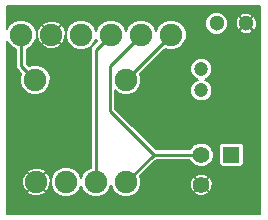
<source format=gbl>
G04 (created by PCBNEW (2013-07-07 BZR 4022)-stable) date 11/4/2013 11:48:53 PM*
%MOIN*%
G04 Gerber Fmt 3.4, Leading zero omitted, Abs format*
%FSLAX34Y34*%
G01*
G70*
G90*
G04 APERTURE LIST*
%ADD10C,0.00590551*%
%ADD11R,0.055X0.055*%
%ADD12C,0.055*%
%ADD13C,0.075*%
%ADD14C,0.0511811*%
%ADD15C,0.0472441*%
%ADD16C,0.01*%
%ADD17C,0.00629921*%
G04 APERTURE END LIST*
G54D10*
G54D11*
X86500Y-57000D03*
G54D12*
X85500Y-57000D03*
X85500Y-58000D03*
G54D13*
X79500Y-53000D03*
X80500Y-53000D03*
X81500Y-53000D03*
X82492Y-53000D03*
X83496Y-53000D03*
X84500Y-53000D03*
G54D14*
X86007Y-52622D03*
X86992Y-52622D03*
G54D15*
X85500Y-54145D03*
X85500Y-54854D03*
G54D13*
X79964Y-54503D03*
X80000Y-57909D03*
X81000Y-57909D03*
X81992Y-57909D03*
X82996Y-57909D03*
X82996Y-54503D03*
G54D16*
X82996Y-54503D02*
X84500Y-53000D01*
X79500Y-54039D02*
X79500Y-53000D01*
X79964Y-54503D02*
X79500Y-54039D01*
X81992Y-53500D02*
X82492Y-53000D01*
X81992Y-57909D02*
X81992Y-53500D01*
X82453Y-55547D02*
X83905Y-57000D01*
X82453Y-54042D02*
X82453Y-55547D01*
X83496Y-53000D02*
X82453Y-54042D01*
X82996Y-57909D02*
X83905Y-57000D01*
X83905Y-57000D02*
X85500Y-57000D01*
G54D10*
G36*
X87468Y-58968D02*
X87344Y-58968D01*
X87344Y-52564D01*
X87295Y-52433D01*
X87282Y-52413D01*
X87229Y-52387D01*
X87226Y-52390D01*
X87226Y-52384D01*
X87200Y-52331D01*
X87073Y-52274D01*
X86934Y-52269D01*
X86803Y-52318D01*
X86783Y-52331D01*
X86757Y-52384D01*
X86992Y-52619D01*
X87226Y-52384D01*
X87226Y-52390D01*
X86994Y-52622D01*
X87229Y-52856D01*
X87282Y-52830D01*
X87339Y-52703D01*
X87344Y-52564D01*
X87344Y-58968D01*
X87226Y-58968D01*
X87226Y-52859D01*
X86992Y-52624D01*
X86989Y-52627D01*
X86989Y-52622D01*
X86754Y-52387D01*
X86701Y-52413D01*
X86644Y-52540D01*
X86639Y-52679D01*
X86688Y-52810D01*
X86701Y-52830D01*
X86754Y-52856D01*
X86989Y-52622D01*
X86989Y-52627D01*
X86757Y-52859D01*
X86783Y-52912D01*
X86910Y-52969D01*
X87049Y-52974D01*
X87180Y-52925D01*
X87200Y-52912D01*
X87226Y-52859D01*
X87226Y-58968D01*
X86906Y-58968D01*
X86906Y-57248D01*
X86906Y-56698D01*
X86886Y-56650D01*
X86849Y-56613D01*
X86801Y-56593D01*
X86748Y-56593D01*
X86395Y-56593D01*
X86395Y-52545D01*
X86336Y-52402D01*
X86227Y-52293D01*
X86085Y-52234D01*
X85931Y-52234D01*
X85788Y-52293D01*
X85679Y-52402D01*
X85620Y-52544D01*
X85620Y-52698D01*
X85679Y-52841D01*
X85788Y-52950D01*
X85930Y-53009D01*
X86084Y-53009D01*
X86227Y-52950D01*
X86336Y-52841D01*
X86395Y-52699D01*
X86395Y-52545D01*
X86395Y-56593D01*
X86198Y-56593D01*
X86150Y-56613D01*
X86113Y-56650D01*
X86093Y-56698D01*
X86093Y-56751D01*
X86093Y-57301D01*
X86113Y-57349D01*
X86150Y-57386D01*
X86198Y-57406D01*
X86251Y-57406D01*
X86801Y-57406D01*
X86849Y-57386D01*
X86886Y-57349D01*
X86906Y-57301D01*
X86906Y-57248D01*
X86906Y-58968D01*
X85906Y-58968D01*
X85906Y-56919D01*
X85867Y-56825D01*
X85867Y-54781D01*
X85811Y-54646D01*
X85708Y-54542D01*
X85605Y-54499D01*
X85708Y-54457D01*
X85811Y-54354D01*
X85867Y-54219D01*
X85867Y-54072D01*
X85811Y-53937D01*
X85708Y-53834D01*
X85573Y-53778D01*
X85427Y-53777D01*
X85291Y-53833D01*
X85188Y-53937D01*
X85132Y-54072D01*
X85132Y-54218D01*
X85188Y-54353D01*
X85291Y-54457D01*
X85394Y-54500D01*
X85291Y-54542D01*
X85188Y-54645D01*
X85132Y-54780D01*
X85132Y-54927D01*
X85188Y-55062D01*
X85291Y-55165D01*
X85426Y-55221D01*
X85572Y-55222D01*
X85708Y-55166D01*
X85811Y-55062D01*
X85867Y-54927D01*
X85867Y-54781D01*
X85867Y-56825D01*
X85844Y-56770D01*
X85730Y-56655D01*
X85581Y-56593D01*
X85419Y-56593D01*
X85270Y-56655D01*
X85155Y-56769D01*
X85135Y-56818D01*
X83980Y-56818D01*
X82634Y-55472D01*
X82634Y-54858D01*
X82708Y-54933D01*
X82894Y-55010D01*
X83096Y-55010D01*
X83282Y-54933D01*
X83425Y-54791D01*
X83502Y-54605D01*
X83502Y-54403D01*
X83458Y-54297D01*
X84293Y-53462D01*
X84398Y-53506D01*
X84600Y-53506D01*
X84786Y-53429D01*
X84929Y-53287D01*
X85006Y-53101D01*
X85006Y-52899D01*
X84929Y-52713D01*
X84787Y-52570D01*
X84601Y-52493D01*
X84399Y-52493D01*
X84213Y-52570D01*
X84070Y-52712D01*
X83997Y-52888D01*
X83925Y-52713D01*
X83783Y-52570D01*
X83597Y-52493D01*
X83395Y-52493D01*
X83209Y-52570D01*
X83066Y-52712D01*
X82994Y-52888D01*
X82921Y-52713D01*
X82779Y-52570D01*
X82593Y-52493D01*
X82391Y-52493D01*
X82205Y-52570D01*
X82062Y-52712D01*
X81995Y-52874D01*
X81929Y-52713D01*
X81787Y-52570D01*
X81601Y-52493D01*
X81399Y-52493D01*
X81213Y-52570D01*
X81070Y-52712D01*
X80993Y-52898D01*
X80993Y-53100D01*
X81070Y-53286D01*
X81212Y-53429D01*
X81398Y-53506D01*
X81600Y-53506D01*
X81786Y-53429D01*
X81929Y-53287D01*
X81996Y-53125D01*
X82029Y-53206D01*
X81863Y-53371D01*
X81824Y-53430D01*
X81810Y-53500D01*
X81810Y-57436D01*
X81705Y-57479D01*
X81562Y-57622D01*
X81495Y-57783D01*
X81429Y-57622D01*
X81287Y-57480D01*
X81101Y-57403D01*
X80972Y-57402D01*
X80972Y-52923D01*
X80907Y-52748D01*
X80888Y-52720D01*
X80823Y-52679D01*
X80820Y-52682D01*
X80820Y-52676D01*
X80779Y-52611D01*
X80609Y-52534D01*
X80423Y-52527D01*
X80248Y-52592D01*
X80220Y-52611D01*
X80179Y-52676D01*
X80500Y-52997D01*
X80820Y-52676D01*
X80820Y-52682D01*
X80502Y-53000D01*
X80823Y-53320D01*
X80888Y-53279D01*
X80965Y-53109D01*
X80972Y-52923D01*
X80972Y-57402D01*
X80899Y-57402D01*
X80820Y-57435D01*
X80820Y-53323D01*
X80500Y-53002D01*
X80497Y-53005D01*
X80497Y-53000D01*
X80176Y-52679D01*
X80111Y-52720D01*
X80034Y-52890D01*
X80027Y-53076D01*
X80092Y-53251D01*
X80111Y-53279D01*
X80176Y-53320D01*
X80497Y-53000D01*
X80497Y-53005D01*
X80179Y-53323D01*
X80220Y-53388D01*
X80390Y-53465D01*
X80576Y-53472D01*
X80751Y-53407D01*
X80779Y-53388D01*
X80820Y-53323D01*
X80820Y-57435D01*
X80713Y-57479D01*
X80570Y-57622D01*
X80493Y-57808D01*
X80493Y-58009D01*
X80570Y-58195D01*
X80712Y-58338D01*
X80898Y-58415D01*
X81100Y-58416D01*
X81286Y-58339D01*
X81429Y-58196D01*
X81496Y-58035D01*
X81562Y-58195D01*
X81704Y-58338D01*
X81890Y-58415D01*
X82092Y-58416D01*
X82278Y-58339D01*
X82421Y-58196D01*
X82494Y-58021D01*
X82566Y-58195D01*
X82708Y-58338D01*
X82894Y-58415D01*
X83096Y-58416D01*
X83282Y-58339D01*
X83425Y-58196D01*
X83502Y-58010D01*
X83502Y-57809D01*
X83458Y-57703D01*
X83980Y-57181D01*
X85135Y-57181D01*
X85155Y-57229D01*
X85269Y-57344D01*
X85418Y-57406D01*
X85580Y-57406D01*
X85729Y-57344D01*
X85844Y-57230D01*
X85906Y-57081D01*
X85906Y-56919D01*
X85906Y-58968D01*
X85871Y-58968D01*
X85871Y-57939D01*
X85820Y-57801D01*
X85805Y-57780D01*
X85751Y-57751D01*
X85748Y-57754D01*
X85748Y-57748D01*
X85719Y-57694D01*
X85586Y-57633D01*
X85439Y-57628D01*
X85301Y-57679D01*
X85280Y-57694D01*
X85251Y-57748D01*
X85500Y-57997D01*
X85748Y-57748D01*
X85748Y-57754D01*
X85502Y-58000D01*
X85751Y-58248D01*
X85805Y-58219D01*
X85866Y-58086D01*
X85871Y-57939D01*
X85871Y-58968D01*
X85748Y-58968D01*
X85748Y-58251D01*
X85500Y-58002D01*
X85497Y-58005D01*
X85497Y-58000D01*
X85248Y-57751D01*
X85194Y-57780D01*
X85133Y-57913D01*
X85128Y-58060D01*
X85179Y-58198D01*
X85194Y-58219D01*
X85248Y-58248D01*
X85497Y-58000D01*
X85497Y-58005D01*
X85251Y-58251D01*
X85280Y-58305D01*
X85413Y-58366D01*
X85560Y-58371D01*
X85698Y-58320D01*
X85719Y-58305D01*
X85748Y-58251D01*
X85748Y-58968D01*
X80472Y-58968D01*
X80472Y-57832D01*
X80407Y-57657D01*
X80388Y-57629D01*
X80323Y-57589D01*
X80320Y-57591D01*
X80320Y-57586D01*
X80279Y-57521D01*
X80109Y-57443D01*
X79923Y-57436D01*
X79748Y-57502D01*
X79720Y-57521D01*
X79679Y-57586D01*
X80000Y-57906D01*
X80320Y-57586D01*
X80320Y-57591D01*
X80002Y-57909D01*
X80323Y-58229D01*
X80388Y-58189D01*
X80465Y-58019D01*
X80472Y-57832D01*
X80472Y-58968D01*
X80320Y-58968D01*
X80320Y-58232D01*
X80000Y-57912D01*
X79997Y-57915D01*
X79997Y-57909D01*
X79676Y-57589D01*
X79611Y-57629D01*
X79534Y-57799D01*
X79527Y-57986D01*
X79592Y-58161D01*
X79611Y-58189D01*
X79676Y-58229D01*
X79997Y-57909D01*
X79997Y-57915D01*
X79679Y-58232D01*
X79720Y-58297D01*
X79890Y-58375D01*
X80076Y-58381D01*
X80251Y-58316D01*
X80279Y-58297D01*
X80320Y-58232D01*
X80320Y-58968D01*
X79031Y-58968D01*
X79031Y-53192D01*
X79070Y-53286D01*
X79212Y-53429D01*
X79318Y-53473D01*
X79318Y-54039D01*
X79332Y-54108D01*
X79371Y-54167D01*
X79501Y-54297D01*
X79458Y-54402D01*
X79457Y-54604D01*
X79534Y-54790D01*
X79677Y-54933D01*
X79863Y-55010D01*
X80064Y-55010D01*
X80251Y-54933D01*
X80393Y-54791D01*
X80470Y-54605D01*
X80471Y-54403D01*
X80394Y-54217D01*
X80251Y-54074D01*
X80065Y-53997D01*
X79864Y-53997D01*
X79758Y-54041D01*
X79681Y-53964D01*
X79681Y-53473D01*
X79786Y-53429D01*
X79929Y-53287D01*
X80006Y-53101D01*
X80006Y-52899D01*
X79929Y-52713D01*
X79787Y-52570D01*
X79601Y-52493D01*
X79399Y-52493D01*
X79213Y-52570D01*
X79070Y-52712D01*
X79031Y-52807D01*
X79031Y-52031D01*
X87468Y-52031D01*
X87468Y-58968D01*
X87468Y-58968D01*
G37*
G54D17*
X87468Y-58968D02*
X87344Y-58968D01*
X87344Y-52564D01*
X87295Y-52433D01*
X87282Y-52413D01*
X87229Y-52387D01*
X87226Y-52390D01*
X87226Y-52384D01*
X87200Y-52331D01*
X87073Y-52274D01*
X86934Y-52269D01*
X86803Y-52318D01*
X86783Y-52331D01*
X86757Y-52384D01*
X86992Y-52619D01*
X87226Y-52384D01*
X87226Y-52390D01*
X86994Y-52622D01*
X87229Y-52856D01*
X87282Y-52830D01*
X87339Y-52703D01*
X87344Y-52564D01*
X87344Y-58968D01*
X87226Y-58968D01*
X87226Y-52859D01*
X86992Y-52624D01*
X86989Y-52627D01*
X86989Y-52622D01*
X86754Y-52387D01*
X86701Y-52413D01*
X86644Y-52540D01*
X86639Y-52679D01*
X86688Y-52810D01*
X86701Y-52830D01*
X86754Y-52856D01*
X86989Y-52622D01*
X86989Y-52627D01*
X86757Y-52859D01*
X86783Y-52912D01*
X86910Y-52969D01*
X87049Y-52974D01*
X87180Y-52925D01*
X87200Y-52912D01*
X87226Y-52859D01*
X87226Y-58968D01*
X86906Y-58968D01*
X86906Y-57248D01*
X86906Y-56698D01*
X86886Y-56650D01*
X86849Y-56613D01*
X86801Y-56593D01*
X86748Y-56593D01*
X86395Y-56593D01*
X86395Y-52545D01*
X86336Y-52402D01*
X86227Y-52293D01*
X86085Y-52234D01*
X85931Y-52234D01*
X85788Y-52293D01*
X85679Y-52402D01*
X85620Y-52544D01*
X85620Y-52698D01*
X85679Y-52841D01*
X85788Y-52950D01*
X85930Y-53009D01*
X86084Y-53009D01*
X86227Y-52950D01*
X86336Y-52841D01*
X86395Y-52699D01*
X86395Y-52545D01*
X86395Y-56593D01*
X86198Y-56593D01*
X86150Y-56613D01*
X86113Y-56650D01*
X86093Y-56698D01*
X86093Y-56751D01*
X86093Y-57301D01*
X86113Y-57349D01*
X86150Y-57386D01*
X86198Y-57406D01*
X86251Y-57406D01*
X86801Y-57406D01*
X86849Y-57386D01*
X86886Y-57349D01*
X86906Y-57301D01*
X86906Y-57248D01*
X86906Y-58968D01*
X85906Y-58968D01*
X85906Y-56919D01*
X85867Y-56825D01*
X85867Y-54781D01*
X85811Y-54646D01*
X85708Y-54542D01*
X85605Y-54499D01*
X85708Y-54457D01*
X85811Y-54354D01*
X85867Y-54219D01*
X85867Y-54072D01*
X85811Y-53937D01*
X85708Y-53834D01*
X85573Y-53778D01*
X85427Y-53777D01*
X85291Y-53833D01*
X85188Y-53937D01*
X85132Y-54072D01*
X85132Y-54218D01*
X85188Y-54353D01*
X85291Y-54457D01*
X85394Y-54500D01*
X85291Y-54542D01*
X85188Y-54645D01*
X85132Y-54780D01*
X85132Y-54927D01*
X85188Y-55062D01*
X85291Y-55165D01*
X85426Y-55221D01*
X85572Y-55222D01*
X85708Y-55166D01*
X85811Y-55062D01*
X85867Y-54927D01*
X85867Y-54781D01*
X85867Y-56825D01*
X85844Y-56770D01*
X85730Y-56655D01*
X85581Y-56593D01*
X85419Y-56593D01*
X85270Y-56655D01*
X85155Y-56769D01*
X85135Y-56818D01*
X83980Y-56818D01*
X82634Y-55472D01*
X82634Y-54858D01*
X82708Y-54933D01*
X82894Y-55010D01*
X83096Y-55010D01*
X83282Y-54933D01*
X83425Y-54791D01*
X83502Y-54605D01*
X83502Y-54403D01*
X83458Y-54297D01*
X84293Y-53462D01*
X84398Y-53506D01*
X84600Y-53506D01*
X84786Y-53429D01*
X84929Y-53287D01*
X85006Y-53101D01*
X85006Y-52899D01*
X84929Y-52713D01*
X84787Y-52570D01*
X84601Y-52493D01*
X84399Y-52493D01*
X84213Y-52570D01*
X84070Y-52712D01*
X83997Y-52888D01*
X83925Y-52713D01*
X83783Y-52570D01*
X83597Y-52493D01*
X83395Y-52493D01*
X83209Y-52570D01*
X83066Y-52712D01*
X82994Y-52888D01*
X82921Y-52713D01*
X82779Y-52570D01*
X82593Y-52493D01*
X82391Y-52493D01*
X82205Y-52570D01*
X82062Y-52712D01*
X81995Y-52874D01*
X81929Y-52713D01*
X81787Y-52570D01*
X81601Y-52493D01*
X81399Y-52493D01*
X81213Y-52570D01*
X81070Y-52712D01*
X80993Y-52898D01*
X80993Y-53100D01*
X81070Y-53286D01*
X81212Y-53429D01*
X81398Y-53506D01*
X81600Y-53506D01*
X81786Y-53429D01*
X81929Y-53287D01*
X81996Y-53125D01*
X82029Y-53206D01*
X81863Y-53371D01*
X81824Y-53430D01*
X81810Y-53500D01*
X81810Y-57436D01*
X81705Y-57479D01*
X81562Y-57622D01*
X81495Y-57783D01*
X81429Y-57622D01*
X81287Y-57480D01*
X81101Y-57403D01*
X80972Y-57402D01*
X80972Y-52923D01*
X80907Y-52748D01*
X80888Y-52720D01*
X80823Y-52679D01*
X80820Y-52682D01*
X80820Y-52676D01*
X80779Y-52611D01*
X80609Y-52534D01*
X80423Y-52527D01*
X80248Y-52592D01*
X80220Y-52611D01*
X80179Y-52676D01*
X80500Y-52997D01*
X80820Y-52676D01*
X80820Y-52682D01*
X80502Y-53000D01*
X80823Y-53320D01*
X80888Y-53279D01*
X80965Y-53109D01*
X80972Y-52923D01*
X80972Y-57402D01*
X80899Y-57402D01*
X80820Y-57435D01*
X80820Y-53323D01*
X80500Y-53002D01*
X80497Y-53005D01*
X80497Y-53000D01*
X80176Y-52679D01*
X80111Y-52720D01*
X80034Y-52890D01*
X80027Y-53076D01*
X80092Y-53251D01*
X80111Y-53279D01*
X80176Y-53320D01*
X80497Y-53000D01*
X80497Y-53005D01*
X80179Y-53323D01*
X80220Y-53388D01*
X80390Y-53465D01*
X80576Y-53472D01*
X80751Y-53407D01*
X80779Y-53388D01*
X80820Y-53323D01*
X80820Y-57435D01*
X80713Y-57479D01*
X80570Y-57622D01*
X80493Y-57808D01*
X80493Y-58009D01*
X80570Y-58195D01*
X80712Y-58338D01*
X80898Y-58415D01*
X81100Y-58416D01*
X81286Y-58339D01*
X81429Y-58196D01*
X81496Y-58035D01*
X81562Y-58195D01*
X81704Y-58338D01*
X81890Y-58415D01*
X82092Y-58416D01*
X82278Y-58339D01*
X82421Y-58196D01*
X82494Y-58021D01*
X82566Y-58195D01*
X82708Y-58338D01*
X82894Y-58415D01*
X83096Y-58416D01*
X83282Y-58339D01*
X83425Y-58196D01*
X83502Y-58010D01*
X83502Y-57809D01*
X83458Y-57703D01*
X83980Y-57181D01*
X85135Y-57181D01*
X85155Y-57229D01*
X85269Y-57344D01*
X85418Y-57406D01*
X85580Y-57406D01*
X85729Y-57344D01*
X85844Y-57230D01*
X85906Y-57081D01*
X85906Y-56919D01*
X85906Y-58968D01*
X85871Y-58968D01*
X85871Y-57939D01*
X85820Y-57801D01*
X85805Y-57780D01*
X85751Y-57751D01*
X85748Y-57754D01*
X85748Y-57748D01*
X85719Y-57694D01*
X85586Y-57633D01*
X85439Y-57628D01*
X85301Y-57679D01*
X85280Y-57694D01*
X85251Y-57748D01*
X85500Y-57997D01*
X85748Y-57748D01*
X85748Y-57754D01*
X85502Y-58000D01*
X85751Y-58248D01*
X85805Y-58219D01*
X85866Y-58086D01*
X85871Y-57939D01*
X85871Y-58968D01*
X85748Y-58968D01*
X85748Y-58251D01*
X85500Y-58002D01*
X85497Y-58005D01*
X85497Y-58000D01*
X85248Y-57751D01*
X85194Y-57780D01*
X85133Y-57913D01*
X85128Y-58060D01*
X85179Y-58198D01*
X85194Y-58219D01*
X85248Y-58248D01*
X85497Y-58000D01*
X85497Y-58005D01*
X85251Y-58251D01*
X85280Y-58305D01*
X85413Y-58366D01*
X85560Y-58371D01*
X85698Y-58320D01*
X85719Y-58305D01*
X85748Y-58251D01*
X85748Y-58968D01*
X80472Y-58968D01*
X80472Y-57832D01*
X80407Y-57657D01*
X80388Y-57629D01*
X80323Y-57589D01*
X80320Y-57591D01*
X80320Y-57586D01*
X80279Y-57521D01*
X80109Y-57443D01*
X79923Y-57436D01*
X79748Y-57502D01*
X79720Y-57521D01*
X79679Y-57586D01*
X80000Y-57906D01*
X80320Y-57586D01*
X80320Y-57591D01*
X80002Y-57909D01*
X80323Y-58229D01*
X80388Y-58189D01*
X80465Y-58019D01*
X80472Y-57832D01*
X80472Y-58968D01*
X80320Y-58968D01*
X80320Y-58232D01*
X80000Y-57912D01*
X79997Y-57915D01*
X79997Y-57909D01*
X79676Y-57589D01*
X79611Y-57629D01*
X79534Y-57799D01*
X79527Y-57986D01*
X79592Y-58161D01*
X79611Y-58189D01*
X79676Y-58229D01*
X79997Y-57909D01*
X79997Y-57915D01*
X79679Y-58232D01*
X79720Y-58297D01*
X79890Y-58375D01*
X80076Y-58381D01*
X80251Y-58316D01*
X80279Y-58297D01*
X80320Y-58232D01*
X80320Y-58968D01*
X79031Y-58968D01*
X79031Y-53192D01*
X79070Y-53286D01*
X79212Y-53429D01*
X79318Y-53473D01*
X79318Y-54039D01*
X79332Y-54108D01*
X79371Y-54167D01*
X79501Y-54297D01*
X79458Y-54402D01*
X79457Y-54604D01*
X79534Y-54790D01*
X79677Y-54933D01*
X79863Y-55010D01*
X80064Y-55010D01*
X80251Y-54933D01*
X80393Y-54791D01*
X80470Y-54605D01*
X80471Y-54403D01*
X80394Y-54217D01*
X80251Y-54074D01*
X80065Y-53997D01*
X79864Y-53997D01*
X79758Y-54041D01*
X79681Y-53964D01*
X79681Y-53473D01*
X79786Y-53429D01*
X79929Y-53287D01*
X80006Y-53101D01*
X80006Y-52899D01*
X79929Y-52713D01*
X79787Y-52570D01*
X79601Y-52493D01*
X79399Y-52493D01*
X79213Y-52570D01*
X79070Y-52712D01*
X79031Y-52807D01*
X79031Y-52031D01*
X87468Y-52031D01*
X87468Y-58968D01*
M02*

</source>
